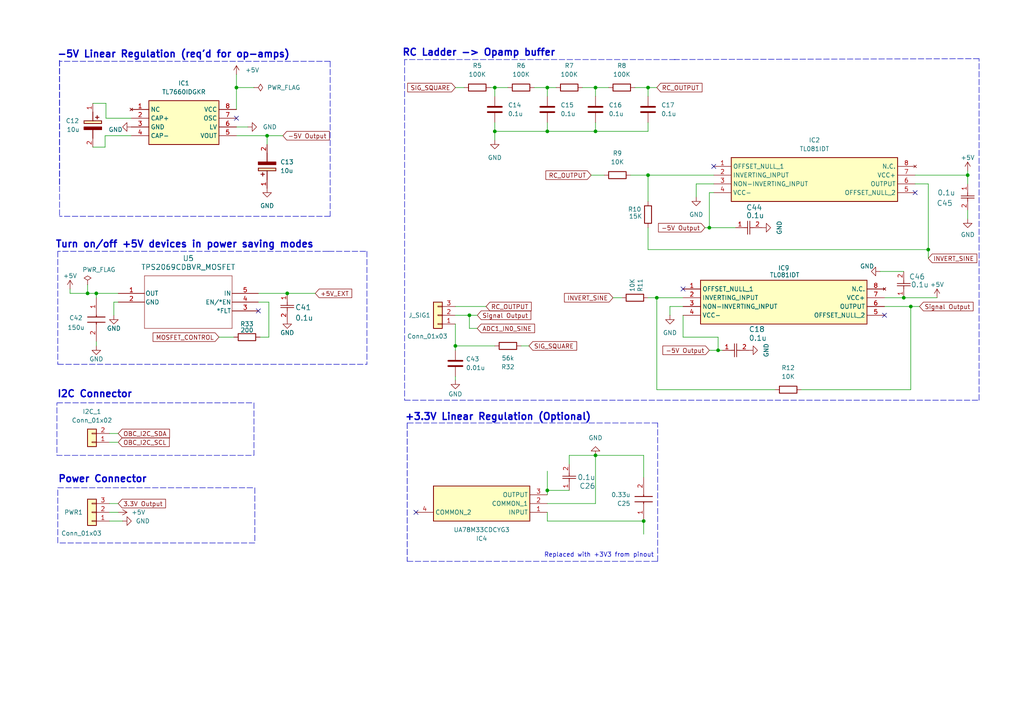
<source format=kicad_sch>
(kicad_sch (version 20231120) (generator "eeschema") (generator_version "8.0")
  (paper "A4")
  (title_block (title "Power and Sine Generator"))
  (lib_symbols
    (symbol "+5V_1" (power) (pin_numbers hide) (pin_names (offset 0) hide)
      (property "Value" "+5V" (at 0 3.556 0))
      (symbol "+5V_1_0_1"
        (polyline (pts (xy -0.762 1.27) (xy 0 2.54)))
        (polyline (pts (xy 0 0) (xy 0 2.54)))
        (polyline (pts (xy 0 2.54) (xy 0.762 1.27)))
      )
      (symbol "+5V_1_1_1"
        (pin power_in line (at 0 0 90) (length 0) (name "~") (number "1"))
      )
    )
    (symbol "Connector_Generic:Conn_01x02" (pin_names (offset 1.016) hide)
      (property "Reference" "J" (at 0 2.54 0))
      (property "Value" "Conn_01x02" (at 0 -5.08 0))
      (symbol "Conn_01x02_1_1"
        (rectangle (start -1.27 -2.413) (end 0 -2.667) (stroke (width 0.1524)))
        (rectangle (start -1.27 0.127) (end 0 -0.127) (stroke (width 0.1524)))
        (rectangle (start -1.27 1.27) (end 1.27 -3.81) (stroke (width 0.254)) (fill (type background)))
        (pin passive line (at -5.08 0 0) (length 3.81) (name "Pin_1") (number "1"))
        (pin passive line (at -5.08 -2.54 0) (length 3.81) (name "Pin_2") (number "2"))
      )
    )
    (symbol "Connector_Generic:Conn_01x03" (pin_names (offset 1.016) hide)
      (property "Reference" "J" (at 0 5.08 0))
      (property "Value" "Conn_01x03" (at 0 -5.08 0))
      (symbol "Conn_01x03_1_1"
        (rectangle (start -1.27 -2.413) (end 0 -2.667) (stroke (width 0.1524)))
        (rectangle (start -1.27 0.127) (end 0 -0.127) (stroke (width 0.1524)))
        (rectangle (start -1.27 2.667) (end 0 2.413) (stroke (width 0.1524)))
        (rectangle (start -1.27 3.81) (end 1.27 -3.81) (stroke (width 0.254)) (fill (type background)))
        (pin passive line (at -5.08 2.54 0) (length 3.81) (name "Pin_1") (number "1"))
        (pin passive line (at -5.08 0 0) (length 3.81) (name "Pin_2") (number "2"))
        (pin passive line (at -5.08 -2.54 0) (length 3.81) (name "Pin_3") (number "3"))
      )
    )
    (symbol "Device:C" (pin_numbers hide) (pin_names (offset 0.254))
      (property "Reference" "C" (at 0.635 2.54 0))
      (property "Value" "C" (at 0.635 -2.54 0))
      (symbol "C_0_1"
        (polyline (pts (xy -2.032 -0.762) (xy 2.032 -0.762)) (stroke (width 0.508)))
        (polyline (pts (xy -2.032 0.762) (xy 2.032 0.762)) (stroke (width 0.508)))
      )
      (symbol "C_1_1"
        (pin passive line (at 0 3.81 270) (length 2.794) (name "~") (number "1"))
        (pin passive line (at 0 -3.81 90) (length 2.794) (name "~") (number "2"))
      )
    )
    (symbol "Device:R" (pin_numbers hide) (pin_names (offset 0))
      (property "Reference" "R" (at 2.032 0 90))
      (property "Value" "R" (at 0 0 90))
      (symbol "R_0_1"
        (rectangle (start -1.016 -2.54) (end 1.016 2.54) (stroke (width 0.254)))
      )
      (symbol "R_1_1"
        (pin passive line (at 0 3.81 270) (length 1.27) (name "~") (number "1"))
        (pin passive line (at 0 -3.81 90) (length 1.27) (name "~") (number "2"))
      )
    )
    (symbol "GND_1" (power) (pin_numbers hide) (pin_names (offset 0) hide)
      (property "Value" "GND" (at 0 -3.81 0))
      (symbol "GND_1_0_1"
        (polyline (pts (xy 0 0) (xy 0 -1.27) (xy 1.27 -1.27) (xy 0 -2.54) (xy -1.27 -1.27) (xy 0 -1.27)))
      )
      (symbol "GND_1_1_1"
        (pin power_in line (at 0 0 270) (length 0) (name "~") (number "1"))
      )
    )
    (symbol "GND_2" (power) (pin_numbers hide) (pin_names (offset 0) hide)
      (property "Value" "GND" (at 0 -3.81 0))
      (symbol "GND_2_0_1"
        (polyline (pts (xy 0 0) (xy 0 -1.27) (xy 1.27 -1.27) (xy 0 -2.54) (xy -1.27 -1.27) (xy 0 -1.27)))
      )
      (symbol "GND_2_1_1"
        (pin power_in line (at 0 0 270) (length 0) (name "~") (number "1"))
      )
    )
    (symbol "GND_3" (power) (pin_numbers hide) (pin_names (offset 0) hide)
      (property "Value" "GND" (at 0 -3.81 0))
      (symbol "GND_3_0_1"
        (polyline (pts (xy 0 0) (xy 0 -1.27) (xy 1.27 -1.27) (xy 0 -2.54) (xy -1.27 -1.27) (xy 0 -1.27)))
      )
      (symbol "GND_3_1_1"
        (pin power_in line (at 0 0 270) (length 0) (name "~") (number "1"))
      )
    )
    (symbol "GND_4" (power) (pin_numbers hide) (pin_names (offset 0) hide)
      (property "Value" "GND" (at 0 -3.81 0))
      (symbol "GND_4_0_1"
        (polyline (pts (xy 0 0) (xy 0 -1.27) (xy 1.27 -1.27) (xy 0 -2.54) (xy -1.27 -1.27) (xy 0 -1.27)))
      )
      (symbol "GND_4_1_1"
        (pin power_in line (at 0 0 270) (length 0) (name "~") (number "1"))
      )
    )
    (symbol "PWR_FLAG_1" (power) (pin_numbers hide) (pin_names (offset 0) hide)
      (property "Value" "PWR_FLAG" (at 0 3.81 0))
      (symbol "PWR_FLAG_1_0_0"
        (pin power_out line (at 0 0 90) (length 0) (name "~") (number "1"))
      )
      (symbol "PWR_FLAG_1_0_1"
        (polyline (pts (xy 0 0) (xy 0 1.27) (xy -1.016 1.905) (xy 0 2.54) (xy 1.016 1.905) (xy 0 1.27)))
      )
    )
    (symbol "capstone:C0805C104K5RAC7210" (pin_names (offset 0.254))
      (property "Reference" "C" (at 3.81 3.81 0))
      (property "Value" "C0805C104K5RAC7210" (at 3.81 -3.81 0))
      (symbol "C0805C104K5RAC7210_1_1"
        (polyline (pts (xy 2.54 0) (xy 3.4798 0)) (stroke (width 0.2032)))
        (polyline (pts (xy 3.4798 -1.905) (xy 3.4798 1.905)) (stroke (width 0.2032)))
        (polyline (pts (xy 4.1148 -1.905) (xy 4.1148 1.905)) (stroke (width 0.2032)))
        (polyline (pts (xy 4.1148 0) (xy 5.08 0)) (stroke (width 0.2032)))
        (pin unspecified line (at 0 0 0) (length 2.54) (name "") (number "1"))
        (pin unspecified line (at 7.62 0 180) (length 2.54) (name "") (number "2"))
      )
      (symbol "C0805C104K5RAC7210_1_2"
        (polyline (pts (xy -1.905 -4.1148) (xy 1.905 -4.1148)) (stroke (width 0.2032)))
        (polyline (pts (xy -1.905 -3.4798) (xy 1.905 -3.4798)) (stroke (width 0.2032)))
        (polyline (pts (xy 0 -4.1148) (xy 0 -5.08)) (stroke (width 0.2032)))
        (polyline (pts (xy 0 -2.54) (xy 0 -3.4798)) (stroke (width 0.2032)))
        (pin unspecified line (at 0 0 270) (length 2.54) (name "") (number "1"))
        (pin unspecified line (at 0 -7.62 90) (length 2.54) (name "") (number "2"))
      )
    )
    (symbol "capstone:C0805C334K3RACAUTO7210" (pin_names hide)
      (property "Reference" "C" (at 8.89 6.35 0))
      (property "Value" "0.33u" (at 8.89 3.81 0))
      (symbol "C0805C334K3RACAUTO7210_1_1"
        (polyline (pts (xy 5.08 0) (xy 5.588 0)) (stroke (width 0.254)))
        (polyline (pts (xy 5.588 2.54) (xy 5.588 -2.54)) (stroke (width 0.254)))
        (polyline (pts (xy 7.112 0) (xy 7.62 0)) (stroke (width 0.254)))
        (polyline (pts (xy 7.112 2.54) (xy 7.112 -2.54)) (stroke (width 0.254)))
        (pin passive line (at 0 0 0) (length 5.08) (name "1") (number "1"))
        (pin passive line (at 12.7 0 180) (length 5.08) (name "2") (number "2"))
      )
    )
    (symbol "capstone:CL32A157MQVNNNE_150u" (pin_names hide)
      (property "Reference" "C" (at 8.89 6.35 0))
      (property "Value" "CL32A157MQVNNNE_150u" (at 8.89 3.81 0))
      (symbol "CL32A157MQVNNNE_150u_1_1"
        (polyline (pts (xy 5.08 0) (xy 5.588 0)) (stroke (width 0.254)))
        (polyline (pts (xy 5.588 2.54) (xy 5.588 -2.54)) (stroke (width 0.254)))
        (polyline (pts (xy 7.112 0) (xy 7.62 0)) (stroke (width 0.254)))
        (polyline (pts (xy 7.112 2.54) (xy 7.112 -2.54)) (stroke (width 0.254)))
        (pin passive line (at 0 0 0) (length 5.08) (name "1") (number "1"))
        (pin passive line (at 12.7 0 180) (length 5.08) (name "2") (number "2"))
      )
    )
    (symbol "capstone:T495D106K035ATE300" (pin_names hide)
      (property "Reference" "C" (at 8.89 6.35 0))
      (property "Value" "T495D106K035ATE300" (at 8.89 3.81 0))
      (symbol "T495D106K035ATE300_1_1"
        (polyline (pts (xy 2.54 0) (xy 5.08 0)) (stroke (width 0.254)))
        (polyline (pts (xy 4.064 1.778) (xy 4.064 0.762)) (stroke (width 0.254)))
        (polyline (pts (xy 4.572 1.27) (xy 3.556 1.27)) (stroke (width 0.254)))
        (polyline (pts (xy 7.62 0) (xy 10.16 0)) (stroke (width 0.254)))
        (polyline (pts (xy 7.62 2.54) (xy 7.62 -2.54) (xy 6.858 -2.54) (xy 6.858 2.54) (xy 7.62 2.54)) (stroke (width 0.254)) (fill (type outline)))
        (rectangle (start 5.08 2.54) (end 5.842 -2.54) (stroke (width 0.254)) (fill (type background)))
        (pin passive line (at 0 0 0) (length 2.54) (name "+") (number "1"))
        (pin passive line (at 12.7 0 180) (length 2.54) (name "-") (number "2"))
      )
    )
    (symbol "capstone:TL081IDT"
      (property "Reference" "IC" (at 54.61 7.62 0))
      (property "Value" "TL081IDT" (at 54.61 5.08 0))
      (symbol "TL081IDT_1_1"
        (rectangle (start 5.08 2.54) (end 53.34 -10.16) (stroke (width 0.254)) (fill (type background)))
        (pin passive line (at 0 0 0) (length 5.08) (name "OFFSET_NULL_1") (number "1"))
        (pin passive line (at 0 -2.54 0) (length 5.08) (name "INVERTING_INPUT") (number "2"))
        (pin passive line (at 0 -5.08 0) (length 5.08) (name "NON-INVERTING_INPUT") (number "3"))
        (pin passive line (at 0 -7.62 0) (length 5.08) (name "VCC-") (number "4"))
        (pin passive line (at 58.42 -7.62 180) (length 5.08) (name "OFFSET_NULL_2") (number "5"))
        (pin passive line (at 58.42 -5.08 180) (length 5.08) (name "OUTPUT") (number "6"))
        (pin passive line (at 58.42 -2.54 180) (length 5.08) (name "VCC+") (number "7"))
        (pin no_connect line (at 58.42 0 180) (length 5.08) (name "N.C.") (number "8"))
      )
    )
    (symbol "capstone:TL7660IDGKR"
      (property "Reference" "IC" (at 26.67 7.62 0))
      (property "Value" "TL7660IDGKR" (at 26.67 5.08 0))
      (symbol "TL7660IDGKR_1_1"
        (rectangle (start 5.08 2.54) (end 25.4 -10.16) (stroke (width 0.254)) (fill (type background)))
        (pin no_connect line (at 0 0 0) (length 5.08) (name "NC") (number "1"))
        (pin passive line (at 0 -2.54 0) (length 5.08) (name "CAP+") (number "2"))
        (pin passive line (at 0 -5.08 0) (length 5.08) (name "GND") (number "3"))
        (pin passive line (at 0 -7.62 0) (length 5.08) (name "CAP-") (number "4"))
        (pin passive line (at 30.48 -7.62 180) (length 5.08) (name "VOUT") (number "5"))
        (pin passive line (at 30.48 -5.08 180) (length 5.08) (name "LV") (number "6"))
        (pin passive line (at 30.48 -2.54 180) (length 5.08) (name "OSC") (number "7"))
        (pin passive line (at 30.48 0 180) (length 5.08) (name "VCC") (number "8"))
      )
    )
    (symbol "capstone:TPS2069CDBVR_MF" (pin_names (offset 0.254))
      (property "Reference" "U" (at 20.32 10.16 0))
      (property "Value" "TPS2069CDBVR_MF" (at 20.32 7.62 0))
      (symbol "TPS2069CDBVR_MF_0_1"
        (polyline (pts (xy 7.62 -10.16) (xy 33.02 -10.16)) (stroke (width 0.127)))
        (polyline (pts (xy 7.62 5.08) (xy 7.62 -10.16)) (stroke (width 0.127)))
        (polyline (pts (xy 33.02 -10.16) (xy 33.02 5.08)) (stroke (width 0.127)))
        (polyline (pts (xy 33.02 5.08) (xy 7.62 5.08)) (stroke (width 0.127)))
        (pin output line (at 0 0 0) (length 7.62) (name "OUT") (number "1"))
        (pin power_in line (at 0 -2.54 0) (length 7.62) (name "GND") (number "2"))
        (pin output line (at 40.64 -5.08 180) (length 7.62) (name "*FLT") (number "3"))
        (pin input line (at 40.64 -2.54 180) (length 7.62) (name "EN/*EN") (number "4"))
        (pin input line (at 40.64 0 180) (length 7.62) (name "IN") (number "5"))
      )
    )
    (symbol "capstone:UA78M33CDCYG3"
      (property "Reference" "IC" (at 34.29 7.62 0))
      (property "Value" "UA78M33CDCYG3" (at 34.29 5.08 0))
      (symbol "UA78M33CDCYG3_1_1"
        (rectangle (start 5.08 2.54) (end 33.02 -7.62) (stroke (width 0.254)) (fill (type background)))
        (pin passive line (at 0 0 0) (length 5.08) (name "INPUT") (number "1"))
        (pin passive line (at 0 -2.54 0) (length 5.08) (name "COMMON_1") (number "2"))
        (pin passive line (at 0 -5.08 0) (length 5.08) (name "OUTPUT") (number "3"))
        (pin passive line (at 38.1 0 180) (length 5.08) (name "COMMON_2") (number "4"))
      )
    )
    (symbol "power:+5V" (power) (pin_names (offset 0))
      (property "Value" "+5V" (at 0 3.556 0))
      (symbol "+5V_0_1"
        (polyline (pts (xy -0.762 1.27) (xy 0 2.54)))
        (polyline (pts (xy 0 0) (xy 0 2.54)))
        (polyline (pts (xy 0 2.54) (xy 0.762 1.27)))
      )
      (symbol "+5V_1_1"
        (pin power_in line (at 0 0 90) (length 0) hide (name "+5V") (number "1"))
      )
    )
    (symbol "power:GND" (power) (pin_names (offset 0))
      (property "Value" "GND" (at 0 -3.81 0))
      (symbol "GND_0_1"
        (polyline (pts (xy 0 0) (xy 0 -1.27) (xy 1.27 -1.27) (xy 0 -2.54) (xy -1.27 -1.27) (xy 0 -1.27)))
      )
      (symbol "GND_1_1"
        (pin power_in line (at 0 0 270) (length 0) hide (name "GND") (number "1"))
      )
    )
    (symbol "power:PWR_FLAG" (power) (pin_numbers hide) (pin_names (offset 0) hide)
      (property "Value" "PWR_FLAG" (at 0 3.81 0))
      (symbol "PWR_FLAG_0_0"
        (pin power_out line (at 0 0 90) (length 0) (name "pwr") (number "1"))
      )
      (symbol "PWR_FLAG_0_1"
        (polyline (pts (xy 0 0) (xy 0 1.27) (xy -1.016 1.905) (xy 0 2.54) (xy 1.016 1.905) (xy 0 1.27)))
      )
    )
  )
  (junction (at 262.128 86.36))
  (junction (at 269.24 72.39))
  (junction (at 158.75 25.4))
  (junction (at 83.312 85.09))
  (junction (at 27.94 85.09))
  (junction (at 187.96 25.4))
  (junction (at 186.69 151.13))
  (junction (at 190.5 86.36))
  (junction (at 143.51 38.1))
  (junction (at 172.72 25.4))
  (junction (at 172.72 38.1))
  (junction (at 158.75 38.1))
  (junction (at 68.58 25.4))
  (junction (at 25.4 85.09))
  (junction (at 187.96 50.8))
  (junction (at 172.72 132.08))
  (junction (at 208.28 101.6))
  (junction (at 264.16 88.9))
  (junction (at 280.67 50.8))
  (junction (at 158.75 142.24))
  (junction (at 77.47 39.37))
  (junction (at 136.144 91.44))
  (junction (at 143.51 25.4))
  (junction (at 132.08 100.33))
  (junction (at 205.74 66.04))
  (no_connect (at 198.12 83.82))
  (no_connect (at 120.65 148.59))
  (no_connect (at 265.43 55.88))
  (no_connect (at 207.01 48.26))
  (no_connect (at 256.54 91.44))
  (no_connect (at 68.58 34.29))
  (no_connect (at 74.93 90.17))
  (wire (pts (xy 132.08 100.33) (xy 132.08 101.6)))
  (wire (pts (xy 171.45 50.8) (xy 175.26 50.8)))
  (wire (pts (xy 30.48 39.37) (xy 38.1 39.37)))
  (wire (pts (xy 158.75 142.24) (xy 158.75 143.51)))
  (polyline (pts (xy 95.758 62.738) (xy 17.272 62.738)) (stroke (width 0) (type dash)))
  (wire (pts (xy 186.69 151.13) (xy 158.75 151.13)))
  (polyline (pts (xy 106.426 72.898) (xy 106.426 105.664)) (stroke (width 0) (type dash)))
  (wire (pts (xy 187.96 66.04) (xy 187.96 72.39)))
  (polyline (pts (xy 190.754 162.814) (xy 190.754 122.682)) (stroke (width 0) (type dash)))
  (wire (pts (xy 20.32 85.09) (xy 20.32 83.82)))
  (wire (pts (xy 264.16 88.9) (xy 266.7 88.9)))
  (wire (pts (xy 27.94 100.33) (xy 27.94 99.06)))
  (wire (pts (xy 158.75 151.13) (xy 158.75 148.59)))
  (wire (pts (xy 73.66 25.4) (xy 68.58 25.4)))
  (wire (pts (xy 158.75 38.1) (xy 172.72 38.1)))
  (polyline (pts (xy 117.348 17.272) (xy 117.348 116.078)) (stroke (width 0) (type dash)))
  (wire (pts (xy 25.4 82.55) (xy 25.4 85.09)))
  (wire (pts (xy 187.96 72.39) (xy 269.24 72.39)))
  (wire (pts (xy 172.72 35.56) (xy 172.72 38.1)))
  (wire (pts (xy 77.47 39.37) (xy 82.042 39.37)))
  (wire (pts (xy 208.28 101.6) (xy 209.55 101.6)))
  (wire (pts (xy 269.24 72.39) (xy 269.24 74.93)))
  (wire (pts (xy 143.51 100.33) (xy 132.08 100.33)))
  (wire (pts (xy 38.1 34.29) (xy 30.734 34.29)))
  (wire (pts (xy 31.75 128.27) (xy 34.29 128.27)))
  (polyline (pts (xy 17.272 62.484) (xy 17.272 53.34)) (stroke (width 0) (type dash)))
  (wire (pts (xy 165.1 132.08) (xy 172.72 132.08)))
  (wire (pts (xy 132.08 93.98) (xy 132.08 100.33)))
  (wire (pts (xy 158.75 25.4) (xy 158.75 27.94)))
  (wire (pts (xy 201.93 53.34) (xy 207.01 53.34)))
  (wire (pts (xy 190.5 86.36) (xy 190.5 113.03)))
  (polyline (pts (xy 195.834 17.272) (xy 117.348 17.272)) (stroke (width 0) (type dash)))
  (wire (pts (xy 201.93 57.15) (xy 201.93 53.34)))
  (wire (pts (xy 31.75 125.73) (xy 34.29 125.73)))
  (wire (pts (xy 265.43 50.8) (xy 280.67 50.8)))
  (wire (pts (xy 205.74 55.88) (xy 207.01 55.88)))
  (wire (pts (xy 262.128 86.36) (xy 271.78 86.36)))
  (wire (pts (xy 172.72 132.08) (xy 172.72 146.05)))
  (wire (pts (xy 132.08 25.4) (xy 134.62 25.4)))
  (polyline (pts (xy 17.272 17.526) (xy 17.272 53.848)) (stroke (width 0) (type dash)))
  (wire (pts (xy 77.978 87.63) (xy 74.93 87.63)))
  (wire (pts (xy 33.02 87.63) (xy 33.02 91.44)))
  (wire (pts (xy 265.43 53.34) (xy 269.24 53.34)))
  (wire (pts (xy 256.54 88.9) (xy 264.16 88.9)))
  (wire (pts (xy 190.5 113.03) (xy 224.79 113.03)))
  (wire (pts (xy 27.94 85.09) (xy 34.29 85.09)))
  (wire (pts (xy 143.51 25.4) (xy 147.32 25.4)))
  (wire (pts (xy 71.882 36.83) (xy 68.58 36.83)))
  (wire (pts (xy 184.15 25.4) (xy 187.96 25.4)))
  (wire (pts (xy 31.75 151.13) (xy 35.56 151.13)))
  (wire (pts (xy 208.28 97.79) (xy 208.28 101.6)))
  (polyline (pts (xy 95.758 17.78) (xy 17.272 17.78)) (stroke (width 0) (type dash)))
  (wire (pts (xy 205.74 55.88) (xy 205.74 66.04)))
  (wire (pts (xy 136.144 91.44) (xy 138.43 91.44)))
  (polyline (pts (xy 16.764 105.664) (xy 106.426 105.664)) (stroke (width 0) (type dash)))
  (wire (pts (xy 172.72 25.4) (xy 172.72 27.94)))
  (polyline (pts (xy 95.758 17.78) (xy 95.758 62.738)) (stroke (width 0) (type dash)))
  (wire (pts (xy 264.16 88.9) (xy 264.16 113.03)))
  (wire (pts (xy 158.75 142.24) (xy 158.75 136.652)))
  (wire (pts (xy 154.94 25.4) (xy 158.75 25.4)))
  (wire (pts (xy 204.47 66.04) (xy 205.74 66.04)))
  (wire (pts (xy 31.75 146.05) (xy 34.29 146.05)))
  (wire (pts (xy 30.734 29.972) (xy 26.924 29.972)))
  (wire (pts (xy 30.48 42.672) (xy 30.48 39.37)))
  (wire (pts (xy 31.75 148.59) (xy 34.29 148.59)))
  (wire (pts (xy 172.72 38.1) (xy 187.96 38.1)))
  (wire (pts (xy 280.67 50.8) (xy 280.67 53.34)))
  (polyline (pts (xy 190.754 122.682) (xy 118.11 122.682)) (stroke (width 0) (type dash)))
  (polyline (pts (xy 117.348 116.078) (xy 283.972 116.078)) (stroke (width 0) (type dash)))
  (wire (pts (xy 138.43 95.25) (xy 136.144 95.25)))
  (wire (pts (xy 136.144 91.44) (xy 136.144 95.25)))
  (polyline (pts (xy 16.764 72.898) (xy 16.764 105.664)) (stroke (width 0) (type dash)))
  (polyline (pts (xy 95.25 72.898) (xy 16.764 72.898)) (stroke (width 0) (type dash)))
  (wire (pts (xy 182.88 50.8) (xy 187.96 50.8)))
  (wire (pts (xy 168.91 25.4) (xy 172.72 25.4)))
  (wire (pts (xy 158.75 35.56) (xy 158.75 38.1)))
  (wire (pts (xy 165.1 142.24) (xy 158.75 142.24)))
  (wire (pts (xy 232.41 113.03) (xy 264.16 113.03)))
  (wire (pts (xy 187.96 50.8) (xy 187.96 58.42)))
  (wire (pts (xy 158.75 25.4) (xy 161.29 25.4)))
  (wire (pts (xy 77.47 39.37) (xy 77.47 41.91)))
  (wire (pts (xy 143.51 25.4) (xy 143.51 27.94)))
  (wire (pts (xy 68.58 25.4) (xy 68.58 31.75)))
  (polyline (pts (xy 118.11 122.682) (xy 118.11 162.814)) (stroke (width 0) (type dash)))
  (wire (pts (xy 165.1 134.62) (xy 165.1 132.08)))
  (wire (pts (xy 68.58 21.59) (xy 68.58 25.4)))
  (wire (pts (xy 186.69 138.43) (xy 186.69 132.08)))
  (wire (pts (xy 30.734 34.29) (xy 30.734 29.972)))
  (wire (pts (xy 256.54 86.36) (xy 262.128 86.36)))
  (wire (pts (xy 26.924 42.672) (xy 30.48 42.672)))
  (wire (pts (xy 198.12 91.44) (xy 198.12 97.79)))
  (wire (pts (xy 74.93 85.09) (xy 83.312 85.09)))
  (wire (pts (xy 142.24 25.4) (xy 143.51 25.4)))
  (wire (pts (xy 269.24 53.34) (xy 269.24 72.39)))
  (wire (pts (xy 187.96 38.1) (xy 187.96 35.56)))
  (wire (pts (xy 194.31 88.9) (xy 198.12 88.9)))
  (wire (pts (xy 25.4 85.09) (xy 27.94 85.09)))
  (wire (pts (xy 83.312 85.09) (xy 91.44 85.09)))
  (wire (pts (xy 186.69 132.08) (xy 172.72 132.08)))
  (wire (pts (xy 255.27 78.74) (xy 262.128 78.74)))
  (wire (pts (xy 68.58 39.37) (xy 77.47 39.37)))
  (wire (pts (xy 33.02 87.63) (xy 34.29 87.63)))
  (wire (pts (xy 151.13 100.33) (xy 153.416 100.33)))
  (wire (pts (xy 194.31 91.44) (xy 194.31 88.9)))
  (wire (pts (xy 187.96 86.36) (xy 190.5 86.36)))
  (wire (pts (xy 186.69 154.94) (xy 186.69 151.13)))
  (wire (pts (xy 213.36 66.04) (xy 205.74 66.04)))
  (wire (pts (xy 172.72 146.05) (xy 158.75 146.05)))
  (wire (pts (xy 205.74 101.6) (xy 208.28 101.6)))
  (wire (pts (xy 77.978 97.79) (xy 77.978 87.63)))
  (wire (pts (xy 187.96 25.4) (xy 187.96 27.94)))
  (wire (pts (xy 75.438 97.79) (xy 77.978 97.79)))
  (polyline (pts (xy 283.972 17.018) (xy 195.58 17.272)) (stroke (width 0) (type dash)))
  (wire (pts (xy 140.97 88.9) (xy 132.08 88.9)))
  (wire (pts (xy 63.5 97.79) (xy 67.818 97.79)))
  (wire (pts (xy 132.08 91.44) (xy 136.144 91.44)))
  (wire (pts (xy 187.96 50.8) (xy 207.01 50.8)))
  (wire (pts (xy 172.72 25.4) (xy 176.53 25.4)))
  (wire (pts (xy 143.51 38.1) (xy 143.51 40.64)))
  (polyline (pts (xy 95.25 72.898) (xy 106.426 72.898)) (stroke (width 0) (type dash)))
  (wire (pts (xy 143.51 35.56) (xy 143.51 38.1)))
  (wire (pts (xy 190.5 86.36) (xy 198.12 86.36)))
  (polyline (pts (xy 118.11 162.814) (xy 190.754 162.814)) (stroke (width 0) (type dash)))
  (wire (pts (xy 190.5 25.4) (xy 187.96 25.4)))
  (polyline (pts (xy 118.11 122.682) (xy 118.11 162.814)) (stroke (width 0) (type dash)))
  (wire (pts (xy 177.8 86.36) (xy 180.34 86.36)))
  (wire (pts (xy 132.08 110.236) (xy 132.08 109.22)))
  (wire (pts (xy 27.94 85.09) (xy 27.94 86.36)))
  (wire (pts (xy 143.51 38.1) (xy 158.75 38.1)))
  (polyline (pts (xy 283.972 116.078) (xy 283.972 17.018)) (stroke (width 0) (type dash)))
  (wire (pts (xy 198.12 97.79) (xy 208.28 97.79)))
  (polyline (pts (xy 17.272 17.526) (xy 17.272 53.848)) (stroke (width 0) (type dash)))
  (wire (pts (xy 280.67 60.96) (xy 280.67 63.5)))
  (polyline (pts (xy 16.764 105.664) (xy 16.764 105.41)) (stroke (width 0) (type dash)))
  (wire (pts (xy 280.67 49.53) (xy 280.67 50.8)))
  (wire (pts (xy 20.32 85.09) (xy 25.4 85.09)))
  (rectangle (start 16.51 116.84) (end 73.66 132.08) (stroke (width 0) (type dash)))
  (rectangle (start 16.764 141.478) (end 73.914 157.48) (stroke (width 0) (type dash)))
  (text "+3.3V Linear Regulation (Optional)" (at 117.348 122.174 0) (effects (font (size 2 2) (thickness 0.4) (bold yes)) (justify left bottom)))
  (text "-5V Linear Regulation (req'd for op-amps)" (at 16.51 17.018 0) (effects (font (size 2 2) (thickness 0.4) (bold yes)) (justify left bottom)))
  (text "Power Connector" (at 16.764 140.208 0) (effects (font (size 2 2) (thickness 0.4) (bold yes)) (justify left bottom)))
  (text "RC Ladder -> Opamp buffer" (at 116.586 16.51 0) (effects (font (size 2 2) (thickness 0.4) (bold yes)) (justify left bottom)))
  (text "I2C Connector" (at 16.51 115.57 0) (effects (font (size 2 2) (thickness 0.4) (bold yes)) (justify left bottom)))
  (text "Turn on/off +5V devices in power saving modes" (at 16.002 72.136 0) (effects (font (size 2 2) (thickness 0.4) (bold yes)) (justify left bottom)))
  (text "Replaced with +3V3 from pinout" (at 173.736 161.036 0) (effects (font (size 1.27 1.27))))
  (global_label "-5V Output" (shape input) (at 82.042 39.37 0) (property "Intersheetrefs" "${INTERSHEET_REFS}" (effects (hide yes))))
  (global_label "RC_OUTPUT" (shape input) (at 140.97 88.9 0) (property "Intersheetrefs" "${INTERSHEET_REFS}" (effects (hide yes))))
  (global_label "MOSFET_CONTROL" (shape input) (at 63.5 97.79 180) (property "Intersheetrefs" "${INTERSHEET_REFS}" (effects (hide yes))))
  (global_label "+5V_EXT" (shape input) (at 91.44 85.09 0) (property "Intersheetrefs" "${INTERSHEET_REFS}" (effects (hide yes))))
  (global_label "Signal Output" (shape input) (at 138.43 91.44 0) (property "Intersheetrefs" "${INTERSHEET_REFS}" (effects (hide yes))))
  (global_label "INVERT_SINE" (shape input) (at 177.8 86.36 180) (property "Intersheetrefs" "${INTERSHEET_REFS}" (effects (hide yes))))
  (global_label "SIG_SQUARE" (shape input) (at 132.08 25.4 180) (property "Intersheetrefs" "${INTERSHEET_REFS}" (effects (hide yes))))
  (global_label "-5V Output" (shape input) (at 205.74 101.6 180) (property "Intersheetrefs" "${INTERSHEET_REFS}" (effects (hide yes))))
  (global_label "RC_OUTPUT" (shape input) (at 171.45 50.8 180) (property "Intersheetrefs" "${INTERSHEET_REFS}" (effects (hide yes))))
  (global_label "-5V Output" (shape input) (at 204.47 66.04 180) (property "Intersheetrefs" "${INTERSHEET_REFS}" (effects (hide yes))))
  (global_label "OBC_I2C_SDA" (shape input) (at 34.29 125.73 0) (property "Intersheetrefs" "${INTERSHEET_REFS}" (effects (hide yes))))
  (global_label "SIG_SQUARE" (shape input) (at 153.416 100.33 0) (property "Intersheetrefs" "${INTERSHEET_REFS}" (effects (hide yes))))
  (global_label "OBC_I2C_SCL" (shape input) (at 34.29 128.27 0) (property "Intersheetrefs" "${INTERSHEET_REFS}" (effects (hide yes))))
  (global_label "Signal Output" (shape input) (at 266.7 88.9 0) (property "Intersheetrefs" "${INTERSHEET_REFS}" (effects (hide yes))))
  (global_label "INVERT_SINE" (shape input) (at 269.24 74.93 0) (property "Intersheetrefs" "${INTERSHEET_REFS}" (effects (hide yes))))
  (global_label "RC_OUTPUT" (shape input) (at 190.5 25.4 0) (property "Intersheetrefs" "${INTERSHEET_REFS}" (effects (hide yes))))
  (global_label "ADC1_IN0_SINE" (shape input) (at 138.43 95.25 0) (property "Intersheetrefs" "${INTERSHEET_REFS}" (effects (hide yes))))
  (global_label "3.3V Output" (shape input) (at 34.29 146.05 0) (property "Intersheetrefs" "${INTERSHEET_REFS}" (effects (hide yes))))
  (symbol (lib_id "capstone:T495D106K035ATE300") (at 77.47 54.61 90) (unit 1)
    (property "Reference" "C13" (at 81.28 46.99 90) (effects (justify right)))
    (property "Value" "10u" (at 81.28 49.53 90) (effects (justify right)))
    (property "Footprint" "capstone:T495D" (effects (hide yes)))
    (property "Datasheet" "https://content.kemet.com/datasheets/KEM_T2009_T495.pdf" (effects (hide yes)))
    (property "Height" "3.1" (effects (hide yes)))
    (property "Mouser Part Number" "80-T495D106K035" (effects (hide yes)))
    (property "Mouser Price/Stock" "https://www.mouser.co.uk/ProductDetail/KEMET/T495D106K035ATE300?qs=WGttPWjGnKPjciLyydHM5g%3D%3D" (effects (hide yes)))
    (property "Manufacturer_Name" "KEMET" (effects (hide yes)))
    (property "Manufacturer_Part_Number" "T495D106K035ATE300" (effects (hide yes)))
  )
  (symbol (lib_id "power:+5V") (at 20.32 83.82 0) (unit 1)
    (property "Reference" "#PWR09" (effects (hide yes)))
    (property "Value" "+5V" (at 20.32 80.01 0))
  )
  (symbol (lib_id "capstone:TL7660IDGKR") (at 38.1 31.75 0) (unit 1)
    (property "Reference" "IC1" (at 53.34 24.13 0))
    (property "Value" "TL7660IDGKR" (at 53.34 26.67 0))
    (property "Footprint" "capstone:SOP65P490X110-8N-actual" (effects (hide yes)))
    (property "Datasheet" "http://www.ti.com/lit/gpn/tl7660" (effects (hide yes)))
    (property "Height" "1.1" (effects (hide yes)))
    (property "Mouser Part Number" "595-TL7660IDGKR" (effects (hide yes)))
    (property "Mouser Price/Stock" "https://www.mouser.co.uk/ProductDetail/Texas-Instruments/TL7660IDGKR?qs=jZi1jxfVU94iT99xcAe44Q%3D%3D" (effects (hide yes)))
    (property "Manufacturer_Name" "Texas Instruments" (effects (hide yes)))
    (property "Manufacturer_Part_Number" "TL7660IDGKR" (effects (hide yes)))
  )
  (symbol (lib_name "PWR_FLAG_1") (lib_id "power:PWR_FLAG") (at 25.4 82.55 0) (unit 1)
    (property "Reference" "#FLG04" (effects (hide yes)))
    (property "Value" "PWR_FLAG" (at 28.702 78.232 0))
    (property "Description" "Special symbol for telling ERC where power comes from" (effects (hide yes)))
  )
  (symbol (lib_id "capstone:CL32A157MQVNNNE_150u") (at 27.94 86.36 270) (unit 1)
    (property "Reference" "C42" (at 20.066 92.202 90) (effects (justify left)))
    (property "Value" "150u" (at 19.558 94.996 90) (effects (justify left)))
    (property "Footprint" "capstone:CAPC3225X280N_150U" (effects (hide yes)))
    (property "Datasheet" "https://octopart.com/datasheet/cl32a157mqvnnne-samsung-24958626" (effects (hide yes)))
    (property "Height" "2.8" (effects (hide yes)))
    (property "Mouser Part Number" "187-CL32A157MQVNNNE" (effects (hide yes)))
    (property "Mouser Price/Stock" "https://www.mouser.co.uk/ProductDetail/Samsung-Electro-Mechanics/CL32A157MQVNNNE?qs=o1waKiAPAqeOsXqB2m5tpw%3D%3D" (effects (hide yes)))
    (property "Manufacturer_Name" "SAMSUNG" (effects (hide yes)))
    (property "Manufacturer_Part_Number" "CL32A157MQVNNNE" (effects (hide yes)))
  )
  (symbol (lib_id "Device:R") (at 71.628 97.79 90) (unit 1)
    (property "Reference" "R33" (at 71.628 93.98 90))
    (property "Value" "200" (at 71.628 95.758 90))
    (property "Footprint" "Resistor_SMD:R_0402_1005Metric" (effects (hide yes)))
  )
  (symbol (lib_id "capstone:C0805C104K5RAC7210") (at 165.1 142.24 90) (unit 1)
    (property "Reference" "C26" (at 172.72 140.97 90) (effects (font (size 1.524 1.524)) (justify left)))
    (property "Value" "0.1u" (at 172.72 138.43 90) (effects (font (size 1.524 1.524)) (justify left)))
    (property "Footprint" "capstone:CAPC220145_88N_KEM-0.1u" (effects (hide yes)))
    (property "Datasheet" "C0805C104K5RAC7210" (effects (hide yes)))
  )
  (symbol (lib_id "power:GND") (at 172.72 132.08 180) (unit 1)
    (property "Reference" "#PWR032" (effects (hide yes)))
    (property "Value" "GND" (at 172.72 127 0))
  )
  (symbol (lib_id "capstone:TL081IDT") (at 207.01 48.26 0) (unit 1)
    (property "Reference" "IC2" (at 236.22 40.64 0))
    (property "Value" "TL081IDT" (at 236.22 43.18 0))
    (property "Footprint" "capstone:SOIC127P600X175-8N" (effects (hide yes)))
    (property "Datasheet" "https://www.st.com/resource/en/datasheet/tl081.pdf" (effects (hide yes)))
    (property "Description" "JFET inputs, low input bias current" (effects (hide yes)))
    (property "Height" "1.75" (effects (hide yes)))
    (property "Mouser Part Number" "511-TL081IDT" (effects (hide yes)))
    (property "Mouser Price/Stock" "https://www.mouser.co.uk/ProductDetail/STMicroelectronics/TL081IDT?qs=bSgnN8sgHFad67VsEbCtLw%3D%3D" (effects (hide yes)))
    (property "Manufacturer_Name" "STMicroelectronics" (effects (hide yes)))
    (property "Manufacturer_Part_Number" "TL081IDT" (effects (hide yes)))
  )
  (symbol (lib_name "GND_2") (lib_id "power:GND") (at 201.93 57.15 0) (unit 1)
    (property "Reference" "#PWR029" (effects (hide yes)))
    (property "Value" "GND" (at 201.93 62.23 0))
    (property "Description" "Power symbol creates a global label with name \"GND\" , ground" (effects (hide yes)))
  )
  (symbol (lib_name "+5V_1") (lib_id "power:+5V") (at 34.29 148.59 270) (unit 1)
    (property "Reference" "#PWR014" (effects (hide yes)))
    (property "Value" "+5V" (at 38.1 148.5899 90) (effects (justify left)))
    (property "Description" "Power symbol creates a global label with name \"+5V\"" (effects (hide yes)))
  )
  (symbol (lib_id "power:PWR_FLAG") (at 73.66 25.4 270) (unit 1)
    (property "Reference" "#FLG05" (effects (hide yes)))
    (property "Value" "PWR_FLAG" (at 77.47 25.4 90) (effects (justify left)))
  )
  (symbol (lib_id "Device:C") (at 158.75 31.75 0) (unit 1)
    (property "Reference" "C15" (at 162.56 30.4799 0) (effects (justify left)))
    (property "Value" "0.1u" (at 162.56 33.0199 0) (effects (justify left)))
    (property "Footprint" "capstone:CAPC220145_88N_KEM-0.1u" (effects (hide yes)))
    (property "Description" "Unpolarized capacitor" (effects (hide yes)))
  )
  (symbol (lib_id "Device:R") (at 228.6 113.03 270) (unit 1)
    (property "Reference" "R12" (at 228.6 106.68 90))
    (property "Value" "10K" (at 228.6 109.22 90))
    (property "Footprint" "Resistor_SMD:R_0402_1005Metric" (effects (hide yes)))
    (property "Description" "Resistor" (effects (hide yes)))
  )
  (symbol (lib_id "Connector_Generic:Conn_01x02") (at 26.67 128.27 180) (unit 1)
    (property "Reference" "I2C_1" (at 26.67 119.38 0))
    (property "Value" "Conn_01x02" (at 26.67 121.92 0))
    (property "Footprint" "Connector_PinHeader_2.54mm:PinHeader_1x02_P2.54mm_Vertical" (effects (hide yes)))
  )
  (symbol (lib_id "capstone:C0805C104K5RAC7210") (at 213.36 66.04 0) (unit 1)
    (property "Reference" "C44" (at 216.408 60.198 0) (effects (font (size 1.524 1.524)) (justify left)))
    (property "Value" "0.1u" (at 216.408 62.484 0) (effects (font (size 1.524 1.524)) (justify left)))
    (property "Footprint" "capstone:CAPC220145_88N_KEM-0.1u" (effects (hide yes)))
    (property "Datasheet" "C0805C104K5RAC7210" (effects (hide yes)))
  )
  (symbol (lib_id "Device:R") (at 179.07 50.8 90) (unit 1)
    (property "Reference" "R9" (at 179.07 44.45 90))
    (property "Value" "10K" (at 179.07 46.99 90))
    (property "Footprint" "Resistor_SMD:R_0402_1005Metric" (effects (hide yes)))
    (property "Description" "Resistor" (effects (hide yes)))
  )
  (symbol (lib_name "GND_3") (lib_id "power:GND") (at 194.31 91.44 0) (unit 1)
    (property "Reference" "#PWR030" (effects (hide yes)))
    (property "Value" "GND" (at 194.31 96.52 0))
    (property "Description" "Power symbol creates a global label with name \"GND\" , ground" (effects (hide yes)))
  )
  (symbol (lib_id "power:GND") (at 132.08 110.236 0) (unit 1)
    (property "Reference" "#PWR065" (effects (hide yes)))
    (property "Value" "GND" (at 134.112 114.3 0) (effects (justify right)))
  )
  (symbol (lib_id "power:+5V") (at 68.58 21.59 0) (unit 1)
    (property "Reference" "#PWR016" (effects (hide yes)))
    (property "Value" "+5V" (at 71.12 20.32 0) (effects (justify left)))
  )
  (symbol (lib_id "capstone:T495D106K035ATE300") (at 26.924 29.972 270) (unit 1)
    (property "Reference" "C12" (at 19.05 35.052 90) (effects (justify left)))
    (property "Value" "10u" (at 19.304 37.592 90) (effects (justify left)))
    (property "Footprint" "capstone:T495D" (effects (hide yes)))
    (property "Datasheet" "https://content.kemet.com/datasheets/KEM_T2009_T495.pdf" (effects (hide yes)))
    (property "Height" "3.1" (effects (hide yes)))
    (property "Mouser Part Number" "80-T495D106K035" (effects (hide yes)))
    (property "Mouser Price/Stock" "https://www.mouser.co.uk/ProductDetail/KEMET/T495D106K035ATE300?qs=WGttPWjGnKPjciLyydHM5g%3D%3D" (effects (hide yes)))
    (property "Manufacturer_Name" "KEMET" (effects (hide yes)))
    (property "Manufacturer_Part_Number" "T495D106K035ATE300" (effects (hide yes)))
  )
  (symbol (lib_id "Device:R") (at 184.15 86.36 270) (unit 1)
    (property "Reference" "R11" (at 185.674 80.772 0) (effects (justify left)))
    (property "Value" "10K" (at 183.388 80.772 0) (effects (justify left)))
    (property "Footprint" "Resistor_SMD:R_0402_1005Metric" (effects (hide yes)))
    (property "Description" "Resistor" (effects (hide yes)))
  )
  (symbol (lib_id "power:GND") (at 77.47 54.61 0) (unit 1)
    (property "Reference" "#PWR018" (effects (hide yes)))
    (property "Value" "GND" (at 77.47 59.69 0))
  )
  (symbol (lib_id "capstone:TL081IDT") (at 198.12 83.82 0) (unit 1)
    (property "Reference" "IC9" (at 227.33 77.724 0))
    (property "Value" "TL081IDT" (at 227.584 79.756 0))
    (property "Footprint" "capstone:SOIC127P600X175-8N" (effects (hide yes)))
    (property "Datasheet" "https://www.st.com/resource/en/datasheet/tl081.pdf" (effects (hide yes)))
    (property "Description" "JFET inputs, low input bias current" (effects (hide yes)))
    (property "Height" "1.75" (effects (hide yes)))
    (property "Mouser Part Number" "511-TL081IDT" (effects (hide yes)))
    (property "Mouser Price/Stock" "https://www.mouser.co.uk/ProductDetail/STMicroelectronics/TL081IDT?qs=bSgnN8sgHFad67VsEbCtLw%3D%3D" (effects (hide yes)))
    (property "Manufacturer_Name" "STMicroelectronics" (effects (hide yes)))
    (property "Manufacturer_Part_Number" "TL081IDT" (effects (hide yes)))
  )
  (symbol (lib_id "Connector_Generic:Conn_01x03") (at 26.67 148.59 180) (unit 1)
    (property "Reference" "PWR1" (at 21.336 148.59 0))
    (property "Value" "Conn_01x03" (at 23.622 154.686 0))
    (property "Footprint" "Connector_PinHeader_2.54mm:PinHeader_1x03_P2.54mm_Vertical" (effects (hide yes)))
  )
  (symbol (lib_name "GND_1") (lib_id "power:GND") (at 143.51 40.64 0) (unit 1)
    (property "Reference" "#PWR02" (effects (hide yes)))
    (property "Value" "GND" (at 143.51 45.72 0))
    (property "Description" "Power symbol creates a global label with name \"GND\" , ground" (effects (hide yes)))
  )
  (symbol (lib_id "Device:R") (at 165.1 25.4 90) (unit 1)
    (property "Reference" "R7" (at 165.1 19.05 90))
    (property "Value" "100K" (at 165.1 21.59 90))
    (property "Footprint" "Resistor_SMD:R_0402_1005Metric" (effects (hide yes)))
    (property "Description" "Resistor" (effects (hide yes)))
  )
  (symbol (lib_id "power:GND") (at 33.02 91.44 0) (unit 1)
    (property "Reference" "#PWR022" (effects (hide yes)))
    (property "Value" "GND" (at 33.02 95.25 0))
  )
  (symbol (lib_id "power:GND") (at 217.17 101.6 90) (unit 1)
    (property "Reference" "#PWR012" (effects (hide yes)))
    (property "Value" "GND" (at 222.25 101.6 0))
  )
  (symbol (lib_id "power:+5V") (at 271.78 86.36 0) (unit 1)
    (property "Reference" "#PWR028" (effects (hide yes)))
    (property "Value" "+5V" (at 271.78 82.55 0))
  )
  (symbol (lib_id "capstone:C0805C334K3RACAUTO7210") (at 186.69 151.13 90) (unit 1)
    (property "Reference" "C25" (at 182.88 146.05 90) (effects (justify left)))
    (property "Value" "0.33u" (at 182.88 143.51 90) (effects (justify left)))
    (property "Footprint" "capstone:C0805" (effects (hide yes)))
    (property "Datasheet" "https://content.kemet.com/datasheets/KEM_C1023_X7R_AUTO_SMD.pdf" (effects (hide yes)))
    (property "Height" "1.1" (effects (hide yes)))
    (property "Mouser Part Number" "80-C0805C334K3RAULR" (effects (hide yes)))
    (property "Mouser Price/Stock" "https://www.mouser.co.uk/ProductDetail/KEMET/C0805C334K3RACAUTO7210?qs=NJR6qtu0rR2beJg0CS0V%2FQ%3D%3D" (effects (hide yes)))
    (property "Manufacturer_Name" "KEMET" (effects (hide yes)))
    (property "Manufacturer_Part_Number" "C0805C334K3RACAUTO7210" (effects (hide yes)))
  )
  (symbol (lib_id "capstone:C0805C104K5RAC7210") (at 280.67 53.34 270) (unit 1)
    (property "Reference" "C45" (at 276.352 58.928 90) (effects (font (size 1.524 1.524)) (justify right)))
    (property "Value" "0.1u" (at 277.114 55.88 90) (effects (font (size 1.524 1.524)) (justify right)))
    (property "Footprint" "capstone:CAPC220145_88N_KEM-0.1u" (effects (hide yes)))
    (property "Datasheet" "C0805C104K5RAC7210" (effects (hide yes)))
  )
  (symbol (lib_id "capstone:C0805C104K5RAC7210") (at 262.128 86.36 90) (unit 1)
    (property "Reference" "C46" (at 263.652 80.264 90) (effects (font (size 1.524 1.524)) (justify right)))
    (property "Value" "0.1u" (at 264.16 82.55 90) (effects (font (size 1.524 1.524)) (justify right)))
    (property "Footprint" "capstone:CAPC220145_88N_KEM-0.1u" (effects (hide yes)))
    (property "Datasheet" "C0805C104K5RAC7210" (effects (hide yes)))
  )
  (symbol (lib_id "Device:C") (at 187.96 31.75 0) (unit 1)
    (property "Reference" "C17" (at 191.77 30.4799 0) (effects (justify left)))
    (property "Value" "0.1u" (at 191.77 33.0199 0) (effects (justify left)))
    (property "Footprint" "capstone:CAPC220145_88N_KEM-0.1u" (effects (hide yes)))
    (property "Description" "Unpolarized capacitor" (effects (hide yes)))
  )
  (symbol (lib_id "Device:R") (at 147.32 100.33 270) (unit 1)
    (property "Reference" "R32" (at 147.32 106.426 90))
    (property "Value" "56k" (at 147.32 103.886 90))
    (property "Footprint" "Resistor_SMD:R_0402_1005Metric" (effects (hide yes)))
  )
  (symbol (lib_id "Device:R") (at 187.96 62.23 180) (unit 1)
    (property "Reference" "R10" (at 182.118 60.706 0) (effects (justify right)))
    (property "Value" "15K" (at 182.372 62.738 0) (effects (justify right)))
    (property "Footprint" "Resistor_SMD:R_0402_1005Metric" (effects (hide yes)))
    (property "Description" "Resistor" (effects (hide yes)))
  )
  (symbol (lib_id "power:GND") (at 280.67 63.5 0) (unit 1)
    (property "Reference" "#PWR025" (effects (hide yes)))
    (property "Value" "GND" (at 278.638 68.072 0) (effects (justify left)))
  )
  (symbol (lib_id "power:GND") (at 83.312 92.71 0) (unit 1)
    (property "Reference" "#PWR045" (effects (hide yes)))
    (property "Value" "GND" (at 83.312 96.52 0))
  )
  (symbol (lib_id "power:GND") (at 71.882 36.83 90) (unit 1)
    (property "Reference" "#PWR017" (effects (hide yes)))
    (property "Value" "GND" (at 76.2 36.83 90) (effects (justify right)))
  )
  (symbol (lib_id "Device:C") (at 172.72 31.75 0) (unit 1)
    (property "Reference" "C16" (at 176.53 30.4799 0) (effects (justify left)))
    (property "Value" "0.1u" (at 176.53 33.0199 0) (effects (justify left)))
    (property "Footprint" "capstone:CAPC220145_88N_KEM-0.1u" (effects (hide yes)))
    (property "Description" "Unpolarized capacitor" (effects (hide yes)))
  )
  (symbol (lib_id "Connector_Generic:Conn_01x03") (at 127 91.44 180) (unit 1)
    (property "Reference" "J_SIG1" (at 121.666 91.44 0))
    (property "Value" "Conn_01x03" (at 123.952 97.536 0))
    (property "Footprint" "Connector_PinHeader_2.54mm:PinHeader_1x03_P2.54mm_Vertical" (effects (hide yes)))
  )
  (symbol (lib_id "power:GND") (at 38.1 36.83 270) (unit 1)
    (property "Reference" "#PWR020" (effects (hide yes)))
    (property "Value" "GND" (at 35.56 37.592 90) (effects (justify right)))
  )
  (symbol (lib_id "Device:R") (at 180.34 25.4 90) (unit 1)
    (property "Reference" "R8" (at 180.34 19.05 90))
    (property "Value" "100K" (at 180.34 21.59 90))
    (property "Footprint" "Resistor_SMD:R_0402_1005Metric" (effects (hide yes)))
    (property "Description" "Resistor" (effects (hide yes)))
  )
  (symbol (lib_id "capstone:TPS2069CDBVR_MF") (at 34.29 85.09 0) (unit 1)
    (property "Reference" "U5" (at 54.61 74.93 0) (effects (font (size 1.524 1.524))))
    (property "Value" "TPS2069CDBVR_MOSFET" (at 54.61 77.47 0) (effects (font (size 1.524 1.524))))
    (property "Footprint" "capstone:DBV5_TEX_MF" (effects (hide yes)))
    (property "Datasheet" "TPS2069CDBVR" (effects (hide yes)))
  )
  (symbol (lib_id "Device:R") (at 138.43 25.4 90) (unit 1)
    (property "Reference" "R5" (at 138.43 19.05 90))
    (property "Value" "100K" (at 138.43 21.59 90))
    (property "Footprint" "Resistor_SMD:R_0402_1005Metric" (effects (hide yes)))
    (property "Description" "Resistor" (effects (hide yes)))
  )
  (symbol (lib_id "power:GND") (at 220.98 66.04 90) (unit 1)
    (property "Reference" "#PWR024" (effects (hide yes)))
    (property "Value" "GND" (at 226.06 66.04 0))
  )
  (symbol (lib_id "power:+5V") (at 280.67 49.53 0) (unit 1)
    (property "Reference" "#PWR026" (effects (hide yes)))
    (property "Value" "+5V" (at 280.67 45.72 0))
  )
  (symbol (lib_name "GND_4") (lib_id "power:GND") (at 35.56 151.13 90) (unit 1)
    (property "Reference" "#PWR066" (effects (hide yes)))
    (property "Value" "GND" (at 39.37 151.1299 90) (effects (justify right)))
    (property "Description" "Power symbol creates a global label with name \"GND\" , ground" (effects (hide yes)))
  )
  (symbol (lib_id "power:GND") (at 255.27 78.74 270) (unit 1)
    (property "Reference" "#PWR027" (effects (hide yes)))
    (property "Value" "GND" (at 249.428 77.216 90) (effects (justify left)))
  )
  (symbol (lib_id "capstone:UA78M33CDCYG3") (at 158.75 148.59 180) (unit 1)
    (property "Reference" "IC4" (at 139.7 156.21 0))
    (property "Value" "UA78M33CDCYG3" (at 139.7 153.67 0))
    (property "Footprint" "capstone:SOT230P700X180-4N" (effects (hide yes)))
    (property "Datasheet" "http://www.ti.com/lit/ds/symlink/ua78m.pdf" (effects (hide yes)))
    (property "Height" "1.8" (effects (hide yes)))
    (property "Mouser Part Number" "595-UA78M33CDCYG3" (effects (hide yes)))
    (property "Mouser Price/Stock" "https://www.mouser.co.uk/ProductDetail/Texas-Instruments/UA78M33CDCYG3?qs=0O%2FZFlpUpJU0kFSZAC76Kw%3D%3D" (effects (hide yes)))
    (property "Manufacturer_Name" "Texas Instruments" (effects (hide yes)))
    (property "Manufacturer_Part_Number" "UA78M33CDCYG3" (effects (hide yes)))
  )
  (symbol (lib_id "Device:C") (at 143.51 31.75 0) (unit 1)
    (property "Reference" "C14" (at 147.32 30.4799 0) (effects (justify left)))
    (property "Value" "0.1u" (at 147.32 33.0199 0) (effects (justify left)))
    (property "Footprint" "capstone:CAPC220145_88N_KEM-0.1u" (effects (hide yes)))
    (property "Description" "Unpolarized capacitor" (effects (hide yes)))
  )
  (symbol (lib_id "Device:R") (at 151.13 25.4 90) (unit 1)
    (property "Reference" "R6" (at 151.13 19.05 90))
    (property "Value" "100K" (at 151.13 21.59 90))
    (property "Footprint" "Resistor_SMD:R_0402_1005Metric" (effects (hide yes)))
    (property "Description" "Resistor" (effects (hide yes)))
  )
  (symbol (lib_id "capstone:C0805C104K5RAC7210") (at 209.55 101.6 0) (unit 1)
    (property "Reference" "C18" (at 217.17 95.504 0) (effects (font (size 1.524 1.524)) (justify left)))
    (property "Value" "0.1u" (at 217.17 98.044 0) (effects (font (size 1.524 1.524)) (justify left)))
    (property "Footprint" "capstone:CAPC220145_88N_KEM-0.1u" (effects (hide yes)))
    (property "Datasheet" "C0805C104K5RAC7210" (effects (hide yes)))
  )
  (symbol (lib_id "Device:C") (at 132.08 105.41 180) (unit 1)
    (property "Reference" "C43" (at 135.128 104.14 0) (effects (justify right)))
    (property "Value" "0.01u" (at 135.128 106.68 0) (effects (justify right)))
    (property "Footprint" "capstone:C0805" (effects (hide yes)))
  )
  (symbol (lib_id "capstone:C0805C104K5RAC7210") (at 83.312 85.09 270) (unit 1)
    (property "Reference" "C41" (at 85.598 89.154 90) (effects (font (size 1.524 1.524)) (justify left)))
    (property "Value" "0.1u" (at 85.598 92.202 90) (effects (font (size 1.524 1.524)) (justify left)))
    (property "Footprint" "capstone:CAPC220145_88N_KEM-0.1u" (effects (hide yes)))
    (property "Datasheet" "C0805C104K5RAC7210" (effects (hide yes)))
  )
  (symbol (lib_id "power:GND") (at 27.94 100.33 0) (unit 1)
    (property "Reference" "#PWR064" (effects (hide yes)))
    (property "Value" "GND" (at 27.94 104.14 0))
  )
)
</source>
